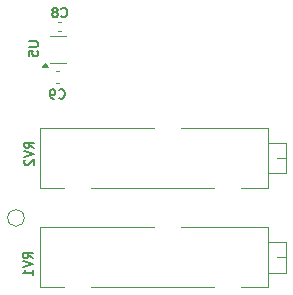
<source format=gbr>
%TF.GenerationSoftware,KiCad,Pcbnew,8.0.0*%
%TF.CreationDate,2024-03-24T11:45:01-04:00*%
%TF.ProjectId,sensor,73656e73-6f72-42e6-9b69-6361645f7063,rev?*%
%TF.SameCoordinates,Original*%
%TF.FileFunction,Legend,Bot*%
%TF.FilePolarity,Positive*%
%FSLAX46Y46*%
G04 Gerber Fmt 4.6, Leading zero omitted, Abs format (unit mm)*
G04 Created by KiCad (PCBNEW 8.0.0) date 2024-03-24 11:45:01*
%MOMM*%
%LPD*%
G01*
G04 APERTURE LIST*
%ADD10C,0.127000*%
%ADD11C,0.120000*%
G04 APERTURE END LIST*
D10*
X81013491Y-81923810D02*
X80632538Y-81657143D01*
X81013491Y-81466667D02*
X80213491Y-81466667D01*
X80213491Y-81466667D02*
X80213491Y-81771429D01*
X80213491Y-81771429D02*
X80251586Y-81847619D01*
X80251586Y-81847619D02*
X80289681Y-81885714D01*
X80289681Y-81885714D02*
X80365872Y-81923810D01*
X80365872Y-81923810D02*
X80480157Y-81923810D01*
X80480157Y-81923810D02*
X80556348Y-81885714D01*
X80556348Y-81885714D02*
X80594443Y-81847619D01*
X80594443Y-81847619D02*
X80632538Y-81771429D01*
X80632538Y-81771429D02*
X80632538Y-81466667D01*
X80213491Y-82152381D02*
X81013491Y-82419048D01*
X81013491Y-82419048D02*
X80213491Y-82685714D01*
X81013491Y-83371428D02*
X81013491Y-82914285D01*
X81013491Y-83142857D02*
X80213491Y-83142857D01*
X80213491Y-83142857D02*
X80327776Y-83066666D01*
X80327776Y-83066666D02*
X80403967Y-82990476D01*
X80403967Y-82990476D02*
X80442062Y-82914285D01*
X83233332Y-68317300D02*
X83271428Y-68355396D01*
X83271428Y-68355396D02*
X83385713Y-68393491D01*
X83385713Y-68393491D02*
X83461904Y-68393491D01*
X83461904Y-68393491D02*
X83576190Y-68355396D01*
X83576190Y-68355396D02*
X83652380Y-68279205D01*
X83652380Y-68279205D02*
X83690475Y-68203015D01*
X83690475Y-68203015D02*
X83728571Y-68050634D01*
X83728571Y-68050634D02*
X83728571Y-67936348D01*
X83728571Y-67936348D02*
X83690475Y-67783967D01*
X83690475Y-67783967D02*
X83652380Y-67707776D01*
X83652380Y-67707776D02*
X83576190Y-67631586D01*
X83576190Y-67631586D02*
X83461904Y-67593491D01*
X83461904Y-67593491D02*
X83385713Y-67593491D01*
X83385713Y-67593491D02*
X83271428Y-67631586D01*
X83271428Y-67631586D02*
X83233332Y-67669681D01*
X82852380Y-68393491D02*
X82699999Y-68393491D01*
X82699999Y-68393491D02*
X82623809Y-68355396D01*
X82623809Y-68355396D02*
X82585713Y-68317300D01*
X82585713Y-68317300D02*
X82509523Y-68203015D01*
X82509523Y-68203015D02*
X82471428Y-68050634D01*
X82471428Y-68050634D02*
X82471428Y-67745872D01*
X82471428Y-67745872D02*
X82509523Y-67669681D01*
X82509523Y-67669681D02*
X82547618Y-67631586D01*
X82547618Y-67631586D02*
X82623809Y-67593491D01*
X82623809Y-67593491D02*
X82776190Y-67593491D01*
X82776190Y-67593491D02*
X82852380Y-67631586D01*
X82852380Y-67631586D02*
X82890475Y-67669681D01*
X82890475Y-67669681D02*
X82928571Y-67745872D01*
X82928571Y-67745872D02*
X82928571Y-67936348D01*
X82928571Y-67936348D02*
X82890475Y-68012538D01*
X82890475Y-68012538D02*
X82852380Y-68050634D01*
X82852380Y-68050634D02*
X82776190Y-68088729D01*
X82776190Y-68088729D02*
X82623809Y-68088729D01*
X82623809Y-68088729D02*
X82547618Y-68050634D01*
X82547618Y-68050634D02*
X82509523Y-68012538D01*
X82509523Y-68012538D02*
X82471428Y-67936348D01*
X83433332Y-61427300D02*
X83471428Y-61465396D01*
X83471428Y-61465396D02*
X83585713Y-61503491D01*
X83585713Y-61503491D02*
X83661904Y-61503491D01*
X83661904Y-61503491D02*
X83776190Y-61465396D01*
X83776190Y-61465396D02*
X83852380Y-61389205D01*
X83852380Y-61389205D02*
X83890475Y-61313015D01*
X83890475Y-61313015D02*
X83928571Y-61160634D01*
X83928571Y-61160634D02*
X83928571Y-61046348D01*
X83928571Y-61046348D02*
X83890475Y-60893967D01*
X83890475Y-60893967D02*
X83852380Y-60817776D01*
X83852380Y-60817776D02*
X83776190Y-60741586D01*
X83776190Y-60741586D02*
X83661904Y-60703491D01*
X83661904Y-60703491D02*
X83585713Y-60703491D01*
X83585713Y-60703491D02*
X83471428Y-60741586D01*
X83471428Y-60741586D02*
X83433332Y-60779681D01*
X82976190Y-61046348D02*
X83052380Y-61008253D01*
X83052380Y-61008253D02*
X83090475Y-60970157D01*
X83090475Y-60970157D02*
X83128571Y-60893967D01*
X83128571Y-60893967D02*
X83128571Y-60855872D01*
X83128571Y-60855872D02*
X83090475Y-60779681D01*
X83090475Y-60779681D02*
X83052380Y-60741586D01*
X83052380Y-60741586D02*
X82976190Y-60703491D01*
X82976190Y-60703491D02*
X82823809Y-60703491D01*
X82823809Y-60703491D02*
X82747618Y-60741586D01*
X82747618Y-60741586D02*
X82709523Y-60779681D01*
X82709523Y-60779681D02*
X82671428Y-60855872D01*
X82671428Y-60855872D02*
X82671428Y-60893967D01*
X82671428Y-60893967D02*
X82709523Y-60970157D01*
X82709523Y-60970157D02*
X82747618Y-61008253D01*
X82747618Y-61008253D02*
X82823809Y-61046348D01*
X82823809Y-61046348D02*
X82976190Y-61046348D01*
X82976190Y-61046348D02*
X83052380Y-61084443D01*
X83052380Y-61084443D02*
X83090475Y-61122538D01*
X83090475Y-61122538D02*
X83128571Y-61198729D01*
X83128571Y-61198729D02*
X83128571Y-61351110D01*
X83128571Y-61351110D02*
X83090475Y-61427300D01*
X83090475Y-61427300D02*
X83052380Y-61465396D01*
X83052380Y-61465396D02*
X82976190Y-61503491D01*
X82976190Y-61503491D02*
X82823809Y-61503491D01*
X82823809Y-61503491D02*
X82747618Y-61465396D01*
X82747618Y-61465396D02*
X82709523Y-61427300D01*
X82709523Y-61427300D02*
X82671428Y-61351110D01*
X82671428Y-61351110D02*
X82671428Y-61198729D01*
X82671428Y-61198729D02*
X82709523Y-61122538D01*
X82709523Y-61122538D02*
X82747618Y-61084443D01*
X82747618Y-61084443D02*
X82823809Y-61046348D01*
X80663491Y-63540476D02*
X81311110Y-63540476D01*
X81311110Y-63540476D02*
X81387300Y-63578571D01*
X81387300Y-63578571D02*
X81425396Y-63616666D01*
X81425396Y-63616666D02*
X81463491Y-63692857D01*
X81463491Y-63692857D02*
X81463491Y-63845238D01*
X81463491Y-63845238D02*
X81425396Y-63921428D01*
X81425396Y-63921428D02*
X81387300Y-63959523D01*
X81387300Y-63959523D02*
X81311110Y-63997619D01*
X81311110Y-63997619D02*
X80663491Y-63997619D01*
X80663491Y-64759523D02*
X80663491Y-64378571D01*
X80663491Y-64378571D02*
X81044443Y-64340475D01*
X81044443Y-64340475D02*
X81006348Y-64378571D01*
X81006348Y-64378571D02*
X80968253Y-64454761D01*
X80968253Y-64454761D02*
X80968253Y-64645237D01*
X80968253Y-64645237D02*
X81006348Y-64721428D01*
X81006348Y-64721428D02*
X81044443Y-64759523D01*
X81044443Y-64759523D02*
X81120634Y-64797618D01*
X81120634Y-64797618D02*
X81311110Y-64797618D01*
X81311110Y-64797618D02*
X81387300Y-64759523D01*
X81387300Y-64759523D02*
X81425396Y-64721428D01*
X81425396Y-64721428D02*
X81463491Y-64645237D01*
X81463491Y-64645237D02*
X81463491Y-64454761D01*
X81463491Y-64454761D02*
X81425396Y-64378571D01*
X81425396Y-64378571D02*
X81387300Y-64340475D01*
X81113491Y-72573810D02*
X80732538Y-72307143D01*
X81113491Y-72116667D02*
X80313491Y-72116667D01*
X80313491Y-72116667D02*
X80313491Y-72421429D01*
X80313491Y-72421429D02*
X80351586Y-72497619D01*
X80351586Y-72497619D02*
X80389681Y-72535714D01*
X80389681Y-72535714D02*
X80465872Y-72573810D01*
X80465872Y-72573810D02*
X80580157Y-72573810D01*
X80580157Y-72573810D02*
X80656348Y-72535714D01*
X80656348Y-72535714D02*
X80694443Y-72497619D01*
X80694443Y-72497619D02*
X80732538Y-72421429D01*
X80732538Y-72421429D02*
X80732538Y-72116667D01*
X80313491Y-72802381D02*
X81113491Y-73069048D01*
X81113491Y-73069048D02*
X80313491Y-73335714D01*
X80389681Y-73564285D02*
X80351586Y-73602381D01*
X80351586Y-73602381D02*
X80313491Y-73678571D01*
X80313491Y-73678571D02*
X80313491Y-73869047D01*
X80313491Y-73869047D02*
X80351586Y-73945238D01*
X80351586Y-73945238D02*
X80389681Y-73983333D01*
X80389681Y-73983333D02*
X80465872Y-74021428D01*
X80465872Y-74021428D02*
X80542062Y-74021428D01*
X80542062Y-74021428D02*
X80656348Y-73983333D01*
X80656348Y-73983333D02*
X81113491Y-73526190D01*
X81113491Y-73526190D02*
X81113491Y-74021428D01*
D11*
%TO.C,TP5*%
X80300000Y-78500000D02*
G75*
G02*
X78900000Y-78500000I-700000J0D01*
G01*
X78900000Y-78500000D02*
G75*
G02*
X80300000Y-78500000I700000J0D01*
G01*
%TO.C,RV1*%
X81630000Y-79300000D02*
X91265000Y-79300000D01*
X81630000Y-84370000D02*
X81630000Y-79300000D01*
X81630000Y-84370000D02*
X83645000Y-84370000D01*
X85955000Y-84370000D02*
X96344000Y-84370000D01*
X93575000Y-79300000D02*
X100920000Y-79300000D01*
X98654000Y-84370000D02*
X100920000Y-84370000D01*
X100920000Y-84370000D02*
X100920000Y-79300000D01*
X100921000Y-80536000D02*
X102440000Y-80536000D01*
X100921000Y-83135000D02*
X100921000Y-80536000D01*
X100921000Y-83135000D02*
X102440000Y-83135000D01*
X101681000Y-81835000D02*
X102440000Y-81835000D01*
X102440000Y-83135000D02*
X102440000Y-80536000D01*
%TO.C,C9*%
X83246267Y-66090000D02*
X82953733Y-66090000D01*
X83246267Y-67110000D02*
X82953733Y-67110000D01*
%TO.C,C8*%
X83184165Y-61940000D02*
X83415835Y-61940000D01*
X83184165Y-62660000D02*
X83415835Y-62660000D01*
%TO.C,U5*%
X83850000Y-63090000D02*
X82450000Y-63090000D01*
X83850000Y-65410000D02*
X82440000Y-65410000D01*
X82310000Y-65690000D02*
X81830000Y-65690000D01*
X82070000Y-65360000D01*
X82310000Y-65690000D01*
G36*
X82310000Y-65690000D02*
G01*
X81830000Y-65690000D01*
X82070000Y-65360000D01*
X82310000Y-65690000D01*
G37*
%TO.C,RV2*%
X81630000Y-70900000D02*
X91265000Y-70900000D01*
X81630000Y-75970000D02*
X81630000Y-70900000D01*
X81630000Y-75970000D02*
X83645000Y-75970000D01*
X85955000Y-75970000D02*
X96344000Y-75970000D01*
X93575000Y-70900000D02*
X100920000Y-70900000D01*
X98654000Y-75970000D02*
X100920000Y-75970000D01*
X100920000Y-75970000D02*
X100920000Y-70900000D01*
X100921000Y-72136000D02*
X102440000Y-72136000D01*
X100921000Y-74735000D02*
X100921000Y-72136000D01*
X100921000Y-74735000D02*
X102440000Y-74735000D01*
X101681000Y-73435000D02*
X102440000Y-73435000D01*
X102440000Y-74735000D02*
X102440000Y-72136000D01*
%TD*%
M02*

</source>
